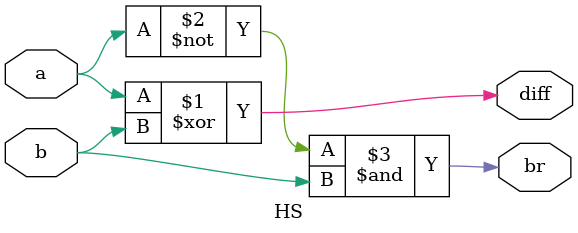
<source format=v>
`timescale 1ns / 1ps


module HS(a,b,diff,br);
input a,b;
output diff,br;
assign diff = a^b;
assign br = (~a)&b;
endmodule


</source>
